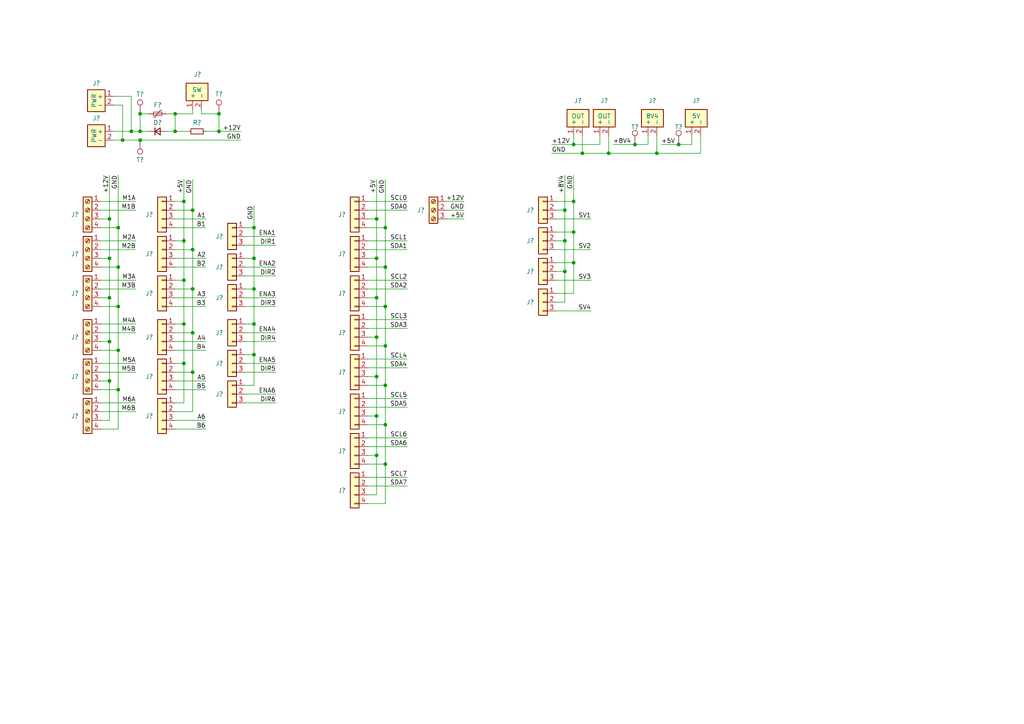
<source format=kicad_sch>
(kicad_sch (version 20231120) (generator "eeschema") (generator_version "8.0")
  (paper "A4")
  (lib_symbols
    (symbol "Connector:Screw_Terminal_01x03" (pin_names (offset 1.016) hide)
      (property "Reference" "J?" (at 2.54 1.2701 0))
      (symbol "Screw_Terminal_01x03_1_1"
        (rectangle (start -1.27 3.81) (end 1.27 -3.81) (stroke (width 0.254)) (fill (type background)))
        (circle (center 0 -2.54) (radius 0.635) (stroke (width 0.1524)))
        (polyline (pts (xy -0.5334 -2.2098) (xy 0.3302 -3.048)) (stroke (width 0.1524)))
        (polyline (pts (xy -0.5334 0.3302) (xy 0.3302 -0.508)) (stroke (width 0.1524)))
        (polyline (pts (xy -0.5334 2.8702) (xy 0.3302 2.032)) (stroke (width 0.1524)))
        (polyline (pts (xy -0.3556 -2.032) (xy 0.508 -2.8702)) (stroke (width 0.1524)))
        (polyline (pts (xy -0.3556 0.508) (xy 0.508 -0.3302)) (stroke (width 0.1524)))
        (polyline (pts (xy -0.3556 3.048) (xy 0.508 2.2098)) (stroke (width 0.1524)))
        (circle (center 0 0) (radius 0.635) (stroke (width 0.1524)))
        (circle (center 0 2.54) (radius 0.635) (stroke (width 0.1524)))
        (pin passive line (at -3.81 2.54 0) (length 2.54) (name "Pin_1") (number "1"))
        (pin passive line (at -3.81 0 0) (length 2.54) (name "Pin_2") (number "2"))
        (pin passive line (at -3.81 -2.54 0) (length 2.54) (name "Pin_3") (number "3"))
      )
    )
    (symbol "Connector:Screw_Terminal_01x04" (pin_names (offset 1.016) hide)
      (property "Reference" "J?" (at -1.27 5.08 0))
      (symbol "Screw_Terminal_01x04_1_1"
        (rectangle (start -1.27 3.81) (end 1.27 -6.35) (stroke (width 0.254)) (fill (type background)))
        (circle (center 0 -5.08) (radius 0.635) (stroke (width 0.1524)))
        (circle (center 0 -2.54) (radius 0.635) (stroke (width 0.1524)))
        (polyline (pts (xy -0.5334 -4.7498) (xy 0.3302 -5.588)) (stroke (width 0.1524)))
        (polyline (pts (xy -0.5334 -2.2098) (xy 0.3302 -3.048)) (stroke (width 0.1524)))
        (polyline (pts (xy -0.5334 0.3302) (xy 0.3302 -0.508)) (stroke (width 0.1524)))
        (polyline (pts (xy -0.5334 2.8702) (xy 0.3302 2.032)) (stroke (width 0.1524)))
        (polyline (pts (xy -0.3556 -4.572) (xy 0.508 -5.4102)) (stroke (width 0.1524)))
        (polyline (pts (xy -0.3556 -2.032) (xy 0.508 -2.8702)) (stroke (width 0.1524)))
        (polyline (pts (xy -0.3556 0.508) (xy 0.508 -0.3302)) (stroke (width 0.1524)))
        (polyline (pts (xy -0.3556 3.048) (xy 0.508 2.2098)) (stroke (width 0.1524)))
        (circle (center 0 0) (radius 0.635) (stroke (width 0.1524)))
        (circle (center 0 2.54) (radius 0.635) (stroke (width 0.1524)))
        (pin passive line (at -3.81 2.54 0) (length 2.54) (name "Pin_1") (number "1"))
        (pin passive line (at -3.81 0 0) (length 2.54) (name "Pin_2") (number "2"))
        (pin passive line (at -3.81 -2.54 0) (length 2.54) (name "Pin_3") (number "3"))
        (pin passive line (at -3.81 -5.08 0) (length 2.54) (name "Pin_4") (number "4"))
      )
    )
    (symbol "Connector:TestPoint" (pin_numbers hide) (pin_names (offset 0.762) hide)
      (property "Reference" "TP" (at 0 6.858 0))
      (property "Value" "TestPoint" (at 0 5.08 0))
      (symbol "TestPoint_0_1"
        (circle (center 0 3.302) (radius 0.762))
      )
      (symbol "TestPoint_1_1"
        (pin passive line (at 0 0 90) (length 2.54) (name "1") (number "1"))
      )
    )
    (symbol "Connector_Generic:Conn_01x03" (pin_names (offset 1.016) hide)
      (property "Reference" "J?" (at -1.27 5.08 0))
      (symbol "Conn_01x03_1_1"
        (rectangle (start -1.27 -2.413) (end 0 -2.667) (stroke (width 0.1524)))
        (rectangle (start -1.27 0.127) (end 0 -0.127) (stroke (width 0.1524)))
        (rectangle (start -1.27 2.667) (end 0 2.413) (stroke (width 0.1524)))
        (rectangle (start -1.27 3.81) (end 1.27 -3.81) (stroke (width 0.254)) (fill (type background)))
        (pin passive line (at -3.81 2.54 0) (length 2.54) (name "Pin_1") (number "1"))
        (pin passive line (at -3.81 0 0) (length 2.54) (name "Pin_2") (number "2"))
        (pin passive line (at -3.81 -2.54 0) (length 2.54) (name "Pin_3") (number "3"))
      )
    )
    (symbol "Connector_Generic:Conn_01x04" (pin_names (offset 1.016) hide)
      (property "Reference" "J?" (at 2.54 -1.27 0))
      (symbol "Conn_01x04_1_1"
        (rectangle (start -1.27 -4.953) (end 0 -5.207) (stroke (width 0.1524)))
        (rectangle (start -1.27 -2.413) (end 0 -2.667) (stroke (width 0.1524)))
        (rectangle (start -1.27 0.127) (end 0 -0.127) (stroke (width 0.1524)))
        (rectangle (start -1.27 2.667) (end 0 2.413) (stroke (width 0.1524)))
        (rectangle (start -1.27 3.81) (end 1.27 -6.35) (stroke (width 0.254)) (fill (type background)))
        (pin passive line (at -3.81 2.54 0) (length 2.54) (name "Pin_1") (number "1"))
        (pin passive line (at -3.81 0 0) (length 2.54) (name "Pin_2") (number "2"))
        (pin passive line (at -3.81 -2.54 0) (length 2.54) (name "Pin_3") (number "3"))
        (pin passive line (at -3.81 -5.08 0) (length 2.54) (name "Pin_4") (number "4"))
      )
    )
    (symbol "Connectors:XT60PW-M" (exclude_from_sim yes)
      (property "Reference" "J" (at 0 5.08 0))
      (property "Value" "XT60" (at -0.635 0 90))
      (symbol "XT60PW-M_1_0"
        (pin power_in line (at 5.08 1.27 180) (length 2.54) (name "+") (number "1"))
        (pin power_in line (at 5.08 -1.27 180) (length 2.54) (name "-") (number "2"))
      )
      (symbol "XT60PW-M_1_1"
        (rectangle (start -2.54 3.175) (end 2.54 -3.175) (stroke (width 0.254)) (fill (type background)))
      )
    )
    (symbol "Device:D_Small" (pin_numbers hide) (pin_names (offset 0.254) hide)
      (property "Reference" "D" (at -1.27 2.032 0))
      (property "Value" "D_Small" (at -3.81 -2.032 0))
      (symbol "D_Small_0_1"
        (polyline (pts (xy -0.762 -1.016) (xy -0.762 1.016)) (stroke (width 0.254)))
        (polyline (pts (xy -0.762 0) (xy 0.762 0)))
        (polyline (pts (xy 0.762 -1.016) (xy -0.762 0) (xy 0.762 1.016) (xy 0.762 -1.016)) (stroke (width 0.254)))
      )
      (symbol "D_Small_1_1"
        (pin passive line (at -2.54 0 0) (length 1.778) (name "K") (number "1"))
        (pin passive line (at 2.54 0 180) (length 1.778) (name "A") (number "2"))
      )
    )
    (symbol "Device:Polyfuse_Small" (pin_numbers hide) (pin_names (offset 0))
      (property "Reference" "F" (at -1.905 0 90))
      (property "Value" "Polyfuse_Small" (at 1.905 0 90))
      (symbol "Polyfuse_Small_0_1"
        (rectangle (start -0.508 1.27) (end 0.508 -1.27))
        (polyline (pts (xy 0 2.54) (xy 0 -2.54)))
        (polyline (pts (xy -1.016 1.27) (xy -1.016 0.762) (xy 1.016 -0.762) (xy 1.016 -1.27)))
      )
      (symbol "Polyfuse_Small_1_1"
        (pin passive line (at 0 2.54 270) (length 0.635) (name "~") (number "1"))
        (pin passive line (at 0 -2.54 90) (length 0.635) (name "~") (number "2"))
      )
    )
    (symbol "Device:R_Small" (pin_numbers hide) (pin_names (offset 0.254) hide)
      (property "Reference" "R" (at 0.762 0.508 0))
      (property "Value" "R_Small" (at 0.762 -1.016 0))
      (symbol "R_Small_0_1"
        (rectangle (start -0.762 1.778) (end 0.762 -1.778) (stroke (width 0.2032)))
      )
      (symbol "R_Small_1_1"
        (pin passive line (at 0 2.54 270) (length 0.762) (name "~") (number "1"))
        (pin passive line (at 0 -2.54 90) (length 0.762) (name "~") (number "2"))
      )
    )
  )
  (junction (at 55.88 60.96))
  (junction (at 166.37 67.31))
  (junction (at 34.29 66.04))
  (junction (at 109.22 132.08))
  (junction (at 34.29 113.03))
  (junction (at 111.76 88.9))
  (junction (at 111.76 100.33))
  (junction (at 109.22 86.36))
  (junction (at 109.22 120.65))
  (junction (at 31.75 110.49))
  (junction (at 168.91 44.45))
  (junction (at 55.88 107.95))
  (junction (at 111.76 134.62))
  (junction (at 63.5 33.02))
  (junction (at 73.66 66.04))
  (junction (at 73.66 102.87))
  (junction (at 163.83 78.74))
  (junction (at 111.76 77.47))
  (junction (at 31.75 86.36))
  (junction (at 111.76 66.04))
  (junction (at 40.64 38.1))
  (junction (at 53.34 93.98))
  (junction (at 176.53 44.45))
  (junction (at 40.64 33.02))
  (junction (at 53.34 58.42))
  (junction (at 163.83 60.96))
  (junction (at 31.75 99.06))
  (junction (at 63.5 38.1))
  (junction (at 40.64 40.64))
  (junction (at 166.37 41.91))
  (junction (at 38.1 38.1))
  (junction (at 111.76 111.76))
  (junction (at 109.22 97.79))
  (junction (at 111.76 123.19))
  (junction (at 35.56 40.64))
  (junction (at 53.34 81.28))
  (junction (at 166.37 58.42))
  (junction (at 184.15 41.91))
  (junction (at 190.5 44.45))
  (junction (at 163.83 69.85))
  (junction (at 109.22 109.22))
  (junction (at 196.85 41.91))
  (junction (at 55.88 72.39))
  (junction (at 166.37 76.2))
  (junction (at 31.75 74.93))
  (junction (at 34.29 101.6))
  (junction (at 50.8 33.02))
  (junction (at 109.22 63.5))
  (junction (at 34.29 77.47))
  (junction (at 50.8 38.1))
  (junction (at 73.66 83.82))
  (junction (at 34.29 88.9))
  (junction (at 55.88 83.82))
  (junction (at 109.22 74.93))
  (junction (at 53.34 69.85))
  (junction (at 73.66 74.93))
  (junction (at 55.88 96.52))
  (junction (at 31.75 63.5))
  (junction (at 73.66 93.98))
  (junction (at 53.34 105.41))
  (wire (pts (xy 48.26 33.02) (xy 50.8 33.02)))
  (wire (pts (xy 40.64 38.1) (xy 43.18 38.1)))
  (wire (pts (xy 106.68 143.51) (xy 109.22 143.51)))
  (wire (pts (xy 106.68 60.96) (xy 118.11 60.96)))
  (wire (pts (xy 50.8 63.5) (xy 59.69 63.5)))
  (wire (pts (xy 55.88 52.07) (xy 55.88 60.96)))
  (wire (pts (xy 29.21 93.98) (xy 39.37 93.98)))
  (wire (pts (xy 106.68 69.85) (xy 118.11 69.85)))
  (wire (pts (xy 29.21 99.06) (xy 31.75 99.06)))
  (wire (pts (xy 166.37 39.37) (xy 166.37 41.91)))
  (wire (pts (xy 111.76 146.05) (xy 111.76 134.62)))
  (wire (pts (xy 29.21 69.85) (xy 39.37 69.85)))
  (wire (pts (xy 50.8 66.04) (xy 59.69 66.04)))
  (wire (pts (xy 29.21 58.42) (xy 39.37 58.42)))
  (wire (pts (xy 176.53 44.45) (xy 190.5 44.45)))
  (wire (pts (xy 173.99 39.37) (xy 173.99 41.91)))
  (wire (pts (xy 50.8 88.9) (xy 59.69 88.9)))
  (wire (pts (xy 55.88 83.82) (xy 55.88 72.39)))
  (wire (pts (xy 55.88 107.95) (xy 55.88 96.52)))
  (wire (pts (xy 29.21 88.9) (xy 34.29 88.9)))
  (wire (pts (xy 31.75 50.8) (xy 31.75 63.5)))
  (wire (pts (xy 73.66 59.69) (xy 73.66 66.04)))
  (wire (pts (xy 161.29 90.17) (xy 171.45 90.17)))
  (wire (pts (xy 168.91 39.37) (xy 168.91 44.45)))
  (wire (pts (xy 106.68 77.47) (xy 111.76 77.47)))
  (wire (pts (xy 53.34 81.28) (xy 53.34 93.98)))
  (wire (pts (xy 161.29 87.63) (xy 163.83 87.63)))
  (wire (pts (xy 106.68 86.36) (xy 109.22 86.36)))
  (wire (pts (xy 106.68 74.93) (xy 109.22 74.93)))
  (wire (pts (xy 106.68 129.54) (xy 118.11 129.54)))
  (wire (pts (xy 29.21 105.41) (xy 39.37 105.41)))
  (wire (pts (xy 166.37 58.42) (xy 161.29 58.42)))
  (wire (pts (xy 109.22 132.08) (xy 109.22 120.65)))
  (wire (pts (xy 190.5 44.45) (xy 203.2 44.45)))
  (wire (pts (xy 53.34 52.07) (xy 53.34 58.42)))
  (wire (pts (xy 161.29 72.39) (xy 171.45 72.39)))
  (wire (pts (xy 29.21 72.39) (xy 39.37 72.39)))
  (wire (pts (xy 50.8 105.41) (xy 53.34 105.41)))
  (wire (pts (xy 196.85 41.91) (xy 200.66 41.91)))
  (wire (pts (xy 50.8 116.84) (xy 53.34 116.84)))
  (wire (pts (xy 106.68 97.79) (xy 109.22 97.79)))
  (wire (pts (xy 71.12 99.06) (xy 80.01 99.06)))
  (wire (pts (xy 168.91 44.45) (xy 176.53 44.45)))
  (wire (pts (xy 163.83 69.85) (xy 163.83 60.96)))
  (wire (pts (xy 38.1 27.94) (xy 38.1 38.1)))
  (wire (pts (xy 163.83 50.8) (xy 163.83 60.96)))
  (wire (pts (xy 34.29 77.47) (xy 34.29 66.04)))
  (wire (pts (xy 71.12 86.36) (xy 80.01 86.36)))
  (wire (pts (xy 166.37 67.31) (xy 166.37 58.42)))
  (wire (pts (xy 29.21 63.5) (xy 31.75 63.5)))
  (wire (pts (xy 29.21 86.36) (xy 31.75 86.36)))
  (wire (pts (xy 71.12 80.01) (xy 80.01 80.01)))
  (wire (pts (xy 29.21 101.6) (xy 34.29 101.6)))
  (wire (pts (xy 106.68 120.65) (xy 109.22 120.65)))
  (wire (pts (xy 109.22 86.36) (xy 109.22 97.79)))
  (wire (pts (xy 63.5 33.02) (xy 63.5 38.1)))
  (wire (pts (xy 109.22 97.79) (xy 109.22 109.22)))
  (wire (pts (xy 106.68 104.14) (xy 118.11 104.14)))
  (wire (pts (xy 106.68 81.28) (xy 118.11 81.28)))
  (wire (pts (xy 34.29 77.47) (xy 34.29 88.9)))
  (wire (pts (xy 33.02 27.94) (xy 38.1 27.94)))
  (wire (pts (xy 29.21 83.82) (xy 39.37 83.82)))
  (wire (pts (xy 50.8 74.93) (xy 59.69 74.93)))
  (wire (pts (xy 106.68 106.68) (xy 118.11 106.68)))
  (wire (pts (xy 38.1 38.1) (xy 40.64 38.1)))
  (wire (pts (xy 35.56 30.48) (xy 35.56 40.64)))
  (wire (pts (xy 161.29 60.96) (xy 163.83 60.96)))
  (wire (pts (xy 177.8 41.91) (xy 184.15 41.91)))
  (wire (pts (xy 109.22 74.93) (xy 109.22 86.36)))
  (wire (pts (xy 129.54 58.42) (xy 134.62 58.42)))
  (wire (pts (xy 29.21 110.49) (xy 31.75 110.49)))
  (wire (pts (xy 106.68 95.25) (xy 118.11 95.25)))
  (wire (pts (xy 31.75 110.49) (xy 31.75 99.06)))
  (wire (pts (xy 106.68 100.33) (xy 111.76 100.33)))
  (wire (pts (xy 161.29 67.31) (xy 166.37 67.31)))
  (wire (pts (xy 50.8 33.02) (xy 50.8 38.1)))
  (wire (pts (xy 129.54 63.5) (xy 134.62 63.5)))
  (wire (pts (xy 50.8 119.38) (xy 55.88 119.38)))
  (wire (pts (xy 106.68 132.08) (xy 109.22 132.08)))
  (wire (pts (xy 71.12 107.95) (xy 80.01 107.95)))
  (wire (pts (xy 111.76 77.47) (xy 111.76 66.04)))
  (wire (pts (xy 160.02 44.45) (xy 168.91 44.45)))
  (wire (pts (xy 50.8 121.92) (xy 59.69 121.92)))
  (wire (pts (xy 176.53 39.37) (xy 176.53 44.45)))
  (wire (pts (xy 106.68 146.05) (xy 111.76 146.05)))
  (wire (pts (xy 71.12 96.52) (xy 80.01 96.52)))
  (wire (pts (xy 111.76 66.04) (xy 106.68 66.04)))
  (wire (pts (xy 55.88 60.96) (xy 50.8 60.96)))
  (wire (pts (xy 111.76 77.47) (xy 111.76 88.9)))
  (wire (pts (xy 163.83 78.74) (xy 163.83 69.85)))
  (wire (pts (xy 106.68 138.43) (xy 118.11 138.43)))
  (wire (pts (xy 106.68 123.19) (xy 111.76 123.19)))
  (wire (pts (xy 58.42 33.02) (xy 63.5 33.02)))
  (wire (pts (xy 161.29 63.5) (xy 171.45 63.5)))
  (wire (pts (xy 111.76 88.9) (xy 111.76 100.33)))
  (wire (pts (xy 161.29 69.85) (xy 163.83 69.85)))
  (wire (pts (xy 33.02 30.48) (xy 35.56 30.48)))
  (wire (pts (xy 58.42 31.75) (xy 58.42 33.02)))
  (wire (pts (xy 34.29 66.04) (xy 29.21 66.04)))
  (wire (pts (xy 111.76 100.33) (xy 111.76 111.76)))
  (wire (pts (xy 29.21 60.96) (xy 39.37 60.96)))
  (wire (pts (xy 34.29 88.9) (xy 34.29 101.6)))
  (wire (pts (xy 29.21 119.38) (xy 39.37 119.38)))
  (wire (pts (xy 109.22 143.51) (xy 109.22 132.08)))
  (wire (pts (xy 55.88 96.52) (xy 55.88 83.82)))
  (wire (pts (xy 109.22 63.5) (xy 109.22 74.93)))
  (wire (pts (xy 161.29 81.28) (xy 171.45 81.28)))
  (wire (pts (xy 191.77 41.91) (xy 196.85 41.91)))
  (wire (pts (xy 50.8 77.47) (xy 59.69 77.47)))
  (wire (pts (xy 50.8 101.6) (xy 59.69 101.6)))
  (wire (pts (xy 31.75 86.36) (xy 31.75 99.06)))
  (wire (pts (xy 31.75 121.92) (xy 31.75 110.49)))
  (wire (pts (xy 40.64 40.64) (xy 69.85 40.64)))
  (wire (pts (xy 73.66 74.93) (xy 73.66 66.04)))
  (wire (pts (xy 190.5 39.37) (xy 190.5 44.45)))
  (wire (pts (xy 55.88 72.39) (xy 55.88 60.96)))
  (wire (pts (xy 71.12 93.98) (xy 73.66 93.98)))
  (wire (pts (xy 166.37 41.91) (xy 173.99 41.91)))
  (wire (pts (xy 50.8 69.85) (xy 53.34 69.85)))
  (wire (pts (xy 50.8 72.39) (xy 55.88 72.39)))
  (wire (pts (xy 106.68 58.42) (xy 118.11 58.42)))
  (wire (pts (xy 34.29 124.46) (xy 34.29 113.03)))
  (wire (pts (xy 50.8 83.82) (xy 55.88 83.82)))
  (wire (pts (xy 53.34 116.84) (xy 53.34 105.41)))
  (wire (pts (xy 50.8 38.1) (xy 54.61 38.1)))
  (wire (pts (xy 29.21 74.93) (xy 31.75 74.93)))
  (wire (pts (xy 40.64 33.02) (xy 40.64 38.1)))
  (wire (pts (xy 73.66 93.98) (xy 73.66 102.87)))
  (wire (pts (xy 71.12 74.93) (xy 73.66 74.93)))
  (wire (pts (xy 161.29 85.09) (xy 166.37 85.09)))
  (wire (pts (xy 50.8 58.42) (xy 53.34 58.42)))
  (wire (pts (xy 50.8 93.98) (xy 53.34 93.98)))
  (wire (pts (xy 50.8 113.03) (xy 59.69 113.03)))
  (wire (pts (xy 166.37 76.2) (xy 166.37 67.31)))
  (wire (pts (xy 50.8 33.02) (xy 55.88 33.02)))
  (wire (pts (xy 71.12 105.41) (xy 80.01 105.41)))
  (wire (pts (xy 106.68 63.5) (xy 109.22 63.5)))
  (wire (pts (xy 106.68 72.39) (xy 118.11 72.39)))
  (wire (pts (xy 71.12 68.58) (xy 80.01 68.58)))
  (wire (pts (xy 63.5 38.1) (xy 69.85 38.1)))
  (wire (pts (xy 34.29 50.8) (xy 34.29 66.04)))
  (wire (pts (xy 33.02 38.1) (xy 38.1 38.1)))
  (wire (pts (xy 111.76 134.62) (xy 111.76 123.19)))
  (wire (pts (xy 29.21 107.95) (xy 39.37 107.95)))
  (wire (pts (xy 48.26 38.1) (xy 50.8 38.1)))
  (wire (pts (xy 161.29 76.2) (xy 166.37 76.2)))
  (wire (pts (xy 111.76 123.19) (xy 111.76 111.76)))
  (wire (pts (xy 71.12 114.3) (xy 80.01 114.3)))
  (wire (pts (xy 106.68 92.71) (xy 118.11 92.71)))
  (wire (pts (xy 73.66 83.82) (xy 73.66 74.93)))
  (wire (pts (xy 71.12 71.12) (xy 80.01 71.12)))
  (wire (pts (xy 73.66 83.82) (xy 73.66 93.98)))
  (wire (pts (xy 160.02 41.91) (xy 166.37 41.91)))
  (wire (pts (xy 184.15 41.91) (xy 187.96 41.91)))
  (wire (pts (xy 111.76 52.07) (xy 111.76 66.04)))
  (wire (pts (xy 29.21 116.84) (xy 39.37 116.84)))
  (wire (pts (xy 50.8 110.49) (xy 59.69 110.49)))
  (wire (pts (xy 106.68 118.11) (xy 118.11 118.11)))
  (wire (pts (xy 106.68 111.76) (xy 111.76 111.76)))
  (wire (pts (xy 35.56 40.64) (xy 40.64 40.64)))
  (wire (pts (xy 203.2 39.37) (xy 203.2 44.45)))
  (wire (pts (xy 55.88 119.38) (xy 55.88 107.95)))
  (wire (pts (xy 106.68 88.9) (xy 111.76 88.9)))
  (wire (pts (xy 31.75 63.5) (xy 31.75 74.93)))
  (wire (pts (xy 200.66 41.91) (xy 200.66 39.37)))
  (wire (pts (xy 33.02 40.64) (xy 35.56 40.64)))
  (wire (pts (xy 29.21 81.28) (xy 39.37 81.28)))
  (wire (pts (xy 29.21 121.92) (xy 31.75 121.92)))
  (wire (pts (xy 106.68 109.22) (xy 109.22 109.22)))
  (wire (pts (xy 71.12 83.82) (xy 73.66 83.82)))
  (wire (pts (xy 109.22 120.65) (xy 109.22 109.22)))
  (wire (pts (xy 59.69 38.1) (xy 63.5 38.1)))
  (wire (pts (xy 50.8 107.95) (xy 55.88 107.95)))
  (wire (pts (xy 50.8 86.36) (xy 59.69 86.36)))
  (wire (pts (xy 73.66 66.04) (xy 71.12 66.04)))
  (wire (pts (xy 106.68 83.82) (xy 118.11 83.82)))
  (wire (pts (xy 106.68 140.97) (xy 118.11 140.97)))
  (wire (pts (xy 50.8 124.46) (xy 59.69 124.46)))
  (wire (pts (xy 163.83 87.63) (xy 163.83 78.74)))
  (wire (pts (xy 31.75 74.93) (xy 31.75 86.36)))
  (wire (pts (xy 53.34 69.85) (xy 53.34 58.42)))
  (wire (pts (xy 53.34 69.85) (xy 53.34 81.28)))
  (wire (pts (xy 187.96 41.91) (xy 187.96 39.37)))
  (wire (pts (xy 29.21 96.52) (xy 39.37 96.52)))
  (wire (pts (xy 106.68 115.57) (xy 118.11 115.57)))
  (wire (pts (xy 106.68 134.62) (xy 111.76 134.62)))
  (wire (pts (xy 71.12 111.76) (xy 73.66 111.76)))
  (wire (pts (xy 29.21 113.03) (xy 34.29 113.03)))
  (wire (pts (xy 50.8 96.52) (xy 55.88 96.52)))
  (wire (pts (xy 40.64 33.02) (xy 43.18 33.02)))
  (wire (pts (xy 71.12 116.84) (xy 80.01 116.84)))
  (wire (pts (xy 71.12 88.9) (xy 80.01 88.9)))
  (wire (pts (xy 73.66 111.76) (xy 73.66 102.87)))
  (wire (pts (xy 29.21 77.47) (xy 34.29 77.47)))
  (wire (pts (xy 34.29 113.03) (xy 34.29 101.6)))
  (wire (pts (xy 109.22 52.07) (xy 109.22 63.5)))
  (wire (pts (xy 29.21 124.46) (xy 34.29 124.46)))
  (wire (pts (xy 129.54 60.96) (xy 134.62 60.96)))
  (wire (pts (xy 161.29 78.74) (xy 163.83 78.74)))
  (wire (pts (xy 166.37 50.8) (xy 166.37 58.42)))
  (wire (pts (xy 50.8 99.06) (xy 59.69 99.06)))
  (wire (pts (xy 106.68 127) (xy 118.11 127)))
  (wire (pts (xy 55.88 31.75) (xy 55.88 33.02)))
  (wire (pts (xy 53.34 105.41) (xy 53.34 93.98)))
  (wire (pts (xy 71.12 77.47) (xy 80.01 77.47)))
  (wire (pts (xy 166.37 85.09) (xy 166.37 76.2)))
  (wire (pts (xy 71.12 102.87) (xy 73.66 102.87)))
  (wire (pts (xy 50.8 81.28) (xy 53.34 81.28)))
  (label "ENA3" (at 80.01 86.36 180))
  (label "SV2" (at 171.45 72.39 180))
  (label "+5V" (at 53.34 52.07 270))
  (label "DIR5" (at 80.01 107.95 180))
  (label "SCL3" (at 118.11 92.71 180))
  (label "SDA5" (at 118.11 118.11 180))
  (label "SCL1" (at 118.11 69.85 180))
  (label "ENA4" (at 80.01 96.52 180))
  (label "+5V" (at 191.77 41.91 0))
  (label "A5" (at 59.69 110.49 180))
  (label "+8V4" (at 177.8 41.91 0))
  (label "M4B" (at 39.37 96.52 180))
  (label "SCL0" (at 118.11 58.42 180))
  (label "GND" (at 111.76 52.07 270))
  (label "M2A" (at 39.37 69.85 180))
  (label "ENA6" (at 80.01 114.3 180))
  (label "M6A" (at 39.37 116.84 180))
  (label "SDA4" (at 118.11 106.68 180))
  (label "M1A" (at 39.37 58.42 180))
  (label "SCL7" (at 118.11 138.43 180))
  (label "+12V" (at 134.62 58.42 180))
  (label "SCL2" (at 118.11 81.28 180))
  (label "B1" (at 59.69 66.04 180))
  (label "DIR2" (at 80.01 80.01 180))
  (label "GND" (at 166.37 50.8 270))
  (label "B3" (at 59.69 88.9 180))
  (label "+8V4" (at 163.83 50.8 270))
  (label "M3A" (at 39.37 81.28 180))
  (label "SV4" (at 171.45 90.17 180))
  (label "SDA1" (at 118.11 72.39 180))
  (label "DIR3" (at 80.01 88.9 180))
  (label "GND" (at 69.85 40.64 180))
  (label "SDA7" (at 118.11 140.97 180))
  (label "M6B" (at 39.37 119.38 180))
  (label "M5A" (at 39.37 105.41 180))
  (label "ENA2" (at 80.01 77.47 180))
  (label "M1B" (at 39.37 60.96 180))
  (label "ENA1" (at 80.01 68.58 180))
  (label "SCL4" (at 118.11 104.14 180))
  (label "GND" (at 34.29 50.8 270))
  (label "+12V" (at 31.75 50.8 270))
  (label "ENA5" (at 80.01 105.41 180))
  (label "A1" (at 59.69 63.5 180))
  (label "SDA2" (at 118.11 83.82 180))
  (label "SCL6" (at 118.11 127 180))
  (label "A3" (at 59.69 86.36 180))
  (label "A6" (at 59.69 121.92 180))
  (label "SV3" (at 171.45 81.28 180))
  (label "+5V" (at 109.22 52.07 270))
  (label "A2" (at 59.69 74.93 180))
  (label "SDA6" (at 118.11 129.54 180))
  (label "B4" (at 59.69 101.6 180))
  (label "M5B" (at 39.37 107.95 180))
  (label "M3B" (at 39.37 83.82 180))
  (label "M2B" (at 39.37 72.39 180))
  (label "A4" (at 59.69 99.06 180))
  (label "GND" (at 55.88 52.07 270))
  (label "M4A" (at 39.37 93.98 180))
  (label "DIR6" (at 80.01 116.84 180))
  (label "DIR4" (at 80.01 99.06 180))
  (label "GND" (at 134.62 60.96 180))
  (label "+5V" (at 134.62 63.5 180))
  (label "SV1" (at 171.45 63.5 180))
  (label "DIR1" (at 80.01 71.12 180))
  (label "B6" (at 59.69 124.46 180))
  (label "SDA0" (at 118.11 60.96 180))
  (label "+12V" (at 160.02 41.91 0))
  (label "GND" (at 73.66 59.69 270))
  (label "B2" (at 59.69 77.47 180))
  (label "+12V" (at 69.85 38.1 180))
  (label "B5" (at 59.69 113.03 180))
  (label "SCL5" (at 118.11 115.57 180))
  (label "SDA3" (at 118.11 95.25 180))
  (label "GND" (at 160.02 44.45 0))
  (symbol (lib_id "Connector_Generic:Conn_01x04") (at 46.99 107.95 0) (mirror y) (unit 1)
    (property "Reference" "J?" (at 44.45 109.22 0) (effects (justify left)))
    (property "Value" "Conn_01x04" (effects (hide yes)))
    (property "Description" "Generic connector, single row, 01x04, script generated (kicad-library-utils/schlib/autogen/connector/)" (effects (hide yes)))
  )
  (symbol (lib_id "Connector_Generic:Conn_01x04") (at 102.87 72.39 0) (mirror y) (unit 1)
    (property "Reference" "J?" (at 100.33 73.66 0) (effects (justify left)))
    (property "Value" "Conn_01x04" (effects (hide yes)))
    (property "Description" "Generic connector, single row, 01x04, script generated (kicad-library-utils/schlib/autogen/connector/)" (effects (hide yes)))
  )
  (symbol (lib_id "Connector:TestPoint") (at 196.85 41.91 0) (unit 1)
    (property "Reference" "T?" (at 196.85 36.83 0))
    (property "Value" "TestPoint" (effects (hide yes)))
    (property "Description" "test point" (effects (hide yes)))
  )
  (symbol (lib_id "Connector:Screw_Terminal_01x04") (at 25.4 107.95 0) (mirror y) (unit 1)
    (property "Reference" "J?" (at 22.86 109.22 0) (effects (justify left)))
    (property "Value" "Screw_Terminal_01x04" (effects (hide yes)))
    (property "Description" "Generic screw terminal, single row, 01x04, script generated (kicad-library-utils/schlib/autogen/connector/)" (effects (hide yes)))
  )
  (symbol (lib_id "Connector:Screw_Terminal_01x04") (at 25.4 119.38 0) (mirror y) (unit 1)
    (property "Reference" "J?" (at 22.86 120.65 0) (effects (justify left)))
    (property "Value" "Screw_Terminal_01x04" (effects (hide yes)))
    (property "Description" "Generic screw terminal, single row, 01x04, script generated (kicad-library-utils/schlib/autogen/connector/)" (effects (hide yes)))
  )
  (symbol (lib_id "Connectors:XT60PW-M") (at 57.15 26.67 90) (mirror x) (unit 1) (exclude_from_sim yes)
    (property "Reference" "J?" (at 58.42 21.59 90) (effects (justify left)))
    (property "Value" "SW" (at 57.15 26.035 90))
    (property "Footprint" "XT60PW-M:AMASS_XT60PW-M" (effects (hide yes)))
    (property "Datasheet" "https://www.snapeda.com/parts/XT60PW-M/AMASS/view-part/" (effects (hide yes)))
    (property "SnapEDA" "https://www.snapeda.com/parts/XT60PW-M/AMASS/view-part/" (effects (hide yes)))
  )
  (symbol (lib_id "Connectors:XT60PW-M") (at 201.93 34.29 90) (mirror x) (unit 1) (exclude_from_sim yes)
    (property "Reference" "J?" (at 201.93 29.21 90))
    (property "Value" "5V" (at 201.93 33.655 90))
    (property "Footprint" "XT60PW-M:AMASS_XT60PW-M" (effects (hide yes)))
    (property "Datasheet" "https://www.snapeda.com/parts/XT60PW-M/AMASS/view-part/" (effects (hide yes)))
    (property "SnapEDA" "https://www.snapeda.com/parts/XT60PW-M/AMASS/view-part/" (effects (hide yes)))
  )
  (symbol (lib_id "Connector:Screw_Terminal_01x04") (at 25.4 83.82 0) (mirror y) (unit 1)
    (property "Reference" "J?" (at 22.86 85.09 0) (effects (justify left)))
    (property "Value" "Screw_Terminal_01x04" (effects (hide yes)))
    (property "Description" "Generic screw terminal, single row, 01x04, script generated (kicad-library-utils/schlib/autogen/connector/)" (effects (hide yes)))
  )
  (symbol (lib_id "Connector_Generic:Conn_01x03") (at 157.48 78.74 0) (mirror y) (unit 1)
    (property "Reference" "J?" (at 154.94 78.74 0) (effects (justify left)))
    (property "Value" "Conn_01x03" (effects (hide yes)))
    (property "Description" "Generic connector, single row, 01x03, script generated (kicad-library-utils/schlib/autogen/connector/)" (effects (hide yes)))
  )
  (symbol (lib_id "Connector_Generic:Conn_01x04") (at 46.99 60.96 0) (mirror y) (unit 1)
    (property "Reference" "J?" (at 44.45 62.23 0) (effects (justify left)))
    (property "Value" "Conn_01x04" (effects (hide yes)))
    (property "Description" "Generic connector, single row, 01x04, script generated (kicad-library-utils/schlib/autogen/connector/)" (effects (hide yes)))
  )
  (symbol (lib_id "Connectors:XT60PW-M") (at 27.94 29.21 0) (unit 1) (exclude_from_sim yes)
    (property "Reference" "J?" (at 27.94 24.13 0))
    (property "Value" "PWR" (at 27.305 29.21 90))
    (property "Footprint" "XT60PW-M:AMASS_XT60PW-M" (effects (hide yes)))
    (property "Datasheet" "https://www.snapeda.com/parts/XT60PW-M/AMASS/view-part/" (effects (hide yes)))
    (property "SnapEDA" "https://www.snapeda.com/parts/XT60PW-M/AMASS/view-part/" (effects (hide yes)))
  )
  (symbol (lib_id "Connector_Generic:Conn_01x03") (at 67.31 86.36 0) (mirror y) (unit 1)
    (property "Reference" "J?" (at 64.77 86.36 0) (effects (justify left)))
    (property "Value" "Conn_01x03" (effects (hide yes)))
    (property "Description" "Generic connector, single row, 01x03, script generated (kicad-library-utils/schlib/autogen/connector/)" (effects (hide yes)))
  )
  (symbol (lib_id "Connector_Generic:Conn_01x04") (at 46.99 72.39 0) (mirror y) (unit 1)
    (property "Reference" "J?" (at 44.45 73.66 0) (effects (justify left)))
    (property "Value" "Conn_01x04" (effects (hide yes)))
    (property "Description" "Generic connector, single row, 01x04, script generated (kicad-library-utils/schlib/autogen/connector/)" (effects (hide yes)))
  )
  (symbol (lib_id "Connectors:XT60PW-M") (at 175.26 34.29 90) (mirror x) (unit 1) (exclude_from_sim yes)
    (property "Reference" "J?" (at 175.26 29.21 90))
    (property "Value" "OUT" (at 175.26 33.655 90))
    (property "Footprint" "XT60PW-M:AMASS_XT60PW-M" (effects (hide yes)))
    (property "Datasheet" "https://www.snapeda.com/parts/XT60PW-M/AMASS/view-part/" (effects (hide yes)))
    (property "SnapEDA" "https://www.snapeda.com/parts/XT60PW-M/AMASS/view-part/" (effects (hide yes)))
  )
  (symbol (lib_id "Device:D_Small") (at 45.72 38.1 0) (unit 1)
    (property "Reference" "D?" (at 45.72 35.56 0))
    (property "Value" "D_Small" (effects (hide yes)))
    (property "Description" "Diode, small symbol" (effects (hide yes)))
    (property "Sim.Device" "D" (effects (hide yes)))
    (property "Sim.Pins" "1=K 2=A" (effects (hide yes)))
  )
  (symbol (lib_id "Connector_Generic:Conn_01x04") (at 102.87 129.54 0) (mirror y) (unit 1)
    (property "Reference" "J?" (at 100.33 130.81 0) (effects (justify left)))
    (property "Value" "Conn_01x04" (effects (hide yes)))
    (property "Description" "Generic connector, single row, 01x04, script generated (kicad-library-utils/schlib/autogen/connector/)" (effects (hide yes)))
  )
  (symbol (lib_id "Connector_Generic:Conn_01x04") (at 102.87 83.82 0) (mirror y) (unit 1)
    (property "Reference" "J?" (at 100.33 85.09 0) (effects (justify left)))
    (property "Value" "Conn_01x04" (effects (hide yes)))
    (property "Description" "Generic connector, single row, 01x04, script generated (kicad-library-utils/schlib/autogen/connector/)" (effects (hide yes)))
  )
  (symbol (lib_id "Connector_Generic:Conn_01x03") (at 67.31 96.52 0) (mirror y) (unit 1)
    (property "Reference" "J?" (at 64.77 96.52 0) (effects (justify left)))
    (property "Value" "Conn_01x03" (effects (hide yes)))
    (property "Description" "Generic connector, single row, 01x03, script generated (kicad-library-utils/schlib/autogen/connector/)" (effects (hide yes)))
  )
  (symbol (lib_id "Connector_Generic:Conn_01x03") (at 67.31 68.58 0) (mirror y) (unit 1)
    (property "Reference" "J?" (at 64.77 68.58 0) (effects (justify left)))
    (property "Value" "Conn_01x03" (effects (hide yes)))
    (property "Description" "Generic connector, single row, 01x03, script generated (kicad-library-utils/schlib/autogen/connector/)" (effects (hide yes)))
  )
  (symbol (lib_id "Device:Polyfuse_Small") (at 45.72 33.02 270) (unit 1)
    (property "Reference" "F?" (at 45.72 30.48 90))
    (property "Value" "Polyfuse_Small" (effects (hide yes)))
    (property "Description" "Resettable fuse, polymeric positive temperature coefficient, small symbol" (effects (hide yes)))
  )
  (symbol (lib_id "Connector:Screw_Terminal_01x03") (at 125.73 60.96 0) (mirror y) (unit 1)
    (property "Reference" "J?" (at 123.19 60.96 0) (effects (justify left)))
    (property "Value" "Screw_Terminal_01x03" (effects (hide yes)))
    (property "Description" "Generic screw terminal, single row, 01x03, script generated (kicad-library-utils/schlib/autogen/connector/)" (effects (hide yes)))
  )
  (symbol (lib_id "Connector_Generic:Conn_01x03") (at 157.48 69.85 0) (mirror y) (unit 1)
    (property "Reference" "J?" (at 154.94 69.85 0) (effects (justify left)))
    (property "Value" "Conn_01x03" (effects (hide yes)))
    (property "Description" "Generic connector, single row, 01x03, script generated (kicad-library-utils/schlib/autogen/connector/)" (effects (hide yes)))
  )
  (symbol (lib_id "Connector_Generic:Conn_01x04") (at 46.99 83.82 0) (mirror y) (unit 1)
    (property "Reference" "J?" (at 44.45 85.09 0) (effects (justify left)))
    (property "Value" "Conn_01x04" (effects (hide yes)))
    (property "Description" "Generic connector, single row, 01x04, script generated (kicad-library-utils/schlib/autogen/connector/)" (effects (hide yes)))
  )
  (symbol (lib_id "Connectors:XT60PW-M") (at 189.23 34.29 90) (mirror x) (unit 1) (exclude_from_sim yes)
    (property "Reference" "J?" (at 189.23 29.21 90))
    (property "Value" "8V4" (at 189.23 33.655 90))
    (property "Footprint" "XT60PW-M:AMASS_XT60PW-M" (effects (hide yes)))
    (property "Datasheet" "https://www.snapeda.com/parts/XT60PW-M/AMASS/view-part/" (effects (hide yes)))
    (property "SnapEDA" "https://www.snapeda.com/parts/XT60PW-M/AMASS/view-part/" (effects (hide yes)))
  )
  (symbol (lib_id "Connector_Generic:Conn_01x03") (at 67.31 114.3 0) (mirror y) (unit 1)
    (property "Reference" "J?" (at 64.77 114.3 0) (effects (justify left)))
    (property "Value" "Conn_01x03" (effects (hide yes)))
    (property "Description" "Generic connector, single row, 01x03, script generated (kicad-library-utils/schlib/autogen/connector/)" (effects (hide yes)))
  )
  (symbol (lib_id "Connector_Generic:Conn_01x03") (at 67.31 77.47 0) (mirror y) (unit 1)
    (property "Reference" "J?" (at 64.77 77.47 0) (effects (justify left)))
    (property "Value" "Conn_01x03" (effects (hide yes)))
    (property "Description" "Generic connector, single row, 01x03, script generated (kicad-library-utils/schlib/autogen/connector/)" (effects (hide yes)))
  )
  (symbol (lib_id "Device:R_Small") (at 57.15 38.1 90) (unit 1)
    (property "Reference" "R?" (at 57.15 35.56 90))
    (property "Value" "R_Small" (effects (hide yes)))
    (property "Description" "Resistor, small symbol" (effects (hide yes)))
  )
  (symbol (lib_id "Connector_Generic:Conn_01x04") (at 46.99 119.38 0) (mirror y) (unit 1)
    (property "Reference" "J?" (at 44.45 120.65 0) (effects (justify left)))
    (property "Value" "Conn_01x04" (effects (hide yes)))
    (property "Description" "Generic connector, single row, 01x04, script generated (kicad-library-utils/schlib/autogen/connector/)" (effects (hide yes)))
  )
  (symbol (lib_id "Connector_Generic:Conn_01x04") (at 102.87 106.68 0) (mirror y) (unit 1)
    (property "Reference" "J?" (at 100.33 107.95 0) (effects (justify left)))
    (property "Value" "Conn_01x04" (effects (hide yes)))
    (property "Description" "Generic connector, single row, 01x04, script generated (kicad-library-utils/schlib/autogen/connector/)" (effects (hide yes)))
  )
  (symbol (lib_id "Connector_Generic:Conn_01x04") (at 102.87 118.11 0) (mirror y) (unit 1)
    (property "Reference" "J?" (at 100.33 119.38 0) (effects (justify left)))
    (property "Value" "Conn_01x04" (effects (hide yes)))
    (property "Description" "Generic connector, single row, 01x04, script generated (kicad-library-utils/schlib/autogen/connector/)" (effects (hide yes)))
  )
  (symbol (lib_id "Connector_Generic:Conn_01x04") (at 46.99 96.52 0) (mirror y) (unit 1)
    (property "Reference" "J?" (at 44.45 97.79 0) (effects (justify left)))
    (property "Value" "Conn_01x04" (effects (hide yes)))
    (property "Description" "Generic connector, single row, 01x04, script generated (kicad-library-utils/schlib/autogen/connector/)" (effects (hide yes)))
  )
  (symbol (lib_id "Connector_Generic:Conn_01x04") (at 102.87 140.97 0) (mirror y) (unit 1)
    (property "Reference" "J?" (at 100.33 142.24 0) (effects (justify left)))
    (property "Value" "Conn_01x04" (effects (hide yes)))
    (property "Description" "Generic connector, single row, 01x04, script generated (kicad-library-utils/schlib/autogen/connector/)" (effects (hide yes)))
  )
  (symbol (lib_id "Connector_Generic:Conn_01x04") (at 102.87 95.25 0) (mirror y) (unit 1)
    (property "Reference" "J?" (at 100.33 96.52 0) (effects (justify left)))
    (property "Value" "Conn_01x04" (effects (hide yes)))
    (property "Description" "Generic connector, single row, 01x04, script generated (kicad-library-utils/schlib/autogen/connector/)" (effects (hide yes)))
  )
  (symbol (lib_id "Connectors:XT60PW-M") (at 27.94 39.37 0) (unit 1) (exclude_from_sim yes)
    (property "Reference" "J?" (at 27.94 34.29 0))
    (property "Value" "PWR" (at 27.305 39.37 90))
    (property "Footprint" "XT60PW-M:AMASS_XT60PW-M" (effects (hide yes)))
    (property "Datasheet" "https://www.snapeda.com/parts/XT60PW-M/AMASS/view-part/" (effects (hide yes)))
    (property "SnapEDA" "https://www.snapeda.com/parts/XT60PW-M/AMASS/view-part/" (effects (hide yes)))
  )
  (symbol (lib_id "Connector:TestPoint") (at 184.15 41.91 0) (unit 1)
    (property "Reference" "T?" (at 184.15 36.83 0))
    (property "Value" "TestPoint" (effects (hide yes)))
    (property "Description" "test point" (effects (hide yes)))
  )
  (symbol (lib_id "Connector:TestPoint") (at 40.64 33.02 0) (unit 1)
    (property "Reference" "T?" (at 40.64 27.305 0))
    (property "Value" "TestPoint" (effects (hide yes)))
    (property "Description" "test point" (effects (hide yes)))
  )
  (symbol (lib_id "Connector_Generic:Conn_01x03") (at 157.48 60.96 0) (mirror y) (unit 1)
    (property "Reference" "J?" (at 154.94 60.96 0) (effects (justify left)))
    (property "Value" "Conn_01x03" (effects (hide yes)))
    (property "Description" "Generic connector, single row, 01x03, script generated (kicad-library-utils/schlib/autogen/connector/)" (effects (hide yes)))
  )
  (symbol (lib_id "Connector:Screw_Terminal_01x04") (at 25.4 60.96 0) (mirror y) (unit 1)
    (property "Reference" "J?" (at 22.86 62.23 0) (effects (justify left)))
    (property "Value" "Screw_Terminal_01x04" (effects (hide yes)))
    (property "Description" "Generic screw terminal, single row, 01x04, script generated (kicad-library-utils/schlib/autogen/connector/)" (effects (hide yes)))
  )
  (symbol (lib_id "Connector:TestPoint") (at 63.5 33.02 0) (unit 1)
    (property "Reference" "T?" (at 63.5 27.305 0))
    (property "Value" "TestPoint" (effects (hide yes)))
    (property "Description" "test point" (effects (hide yes)))
  )
  (symbol (lib_id "Connector:Screw_Terminal_01x04") (at 25.4 96.52 0) (mirror y) (unit 1)
    (property "Reference" "J?" (at 22.86 97.79 0) (effects (justify left)))
    (property "Value" "Screw_Terminal_01x04" (effects (hide yes)))
    (property "Description" "Generic screw terminal, single row, 01x04, script generated (kicad-library-utils/schlib/autogen/connector/)" (effects (hide yes)))
  )
  (symbol (lib_id "Connector:TestPoint") (at 40.64 40.64 180) (unit 1)
    (property "Reference" "T?" (at 40.64 46.355 0))
    (property "Value" "TestPoint" (effects (hide yes)))
    (property "Description" "test point" (effects (hide yes)))
  )
  (symbol (lib_id "Connectors:XT60PW-M") (at 167.64 34.29 90) (mirror x) (unit 1) (exclude_from_sim yes)
    (property "Reference" "J?" (at 167.64 29.21 90))
    (property "Value" "OUT" (at 167.64 33.655 90))
    (property "Footprint" "XT60PW-M:AMASS_XT60PW-M" (effects (hide yes)))
    (property "Datasheet" "https://www.snapeda.com/parts/XT60PW-M/AMASS/view-part/" (effects (hide yes)))
    (property "SnapEDA" "https://www.snapeda.com/parts/XT60PW-M/AMASS/view-part/" (effects (hide yes)))
  )
  (symbol (lib_id "Connector_Generic:Conn_01x04") (at 102.87 60.96 0) (mirror y) (unit 1)
    (property "Reference" "J?" (at 100.33 62.23 0) (effects (justify left)))
    (property "Value" "Conn_01x04" (effects (hide yes)))
    (property "Description" "Generic connector, single row, 01x04, script generated (kicad-library-utils/schlib/autogen/connector/)" (effects (hide yes)))
  )
  (symbol (lib_id "Connector_Generic:Conn_01x03") (at 67.31 105.41 0) (mirror y) (unit 1)
    (property "Reference" "J?" (at 64.77 105.41 0) (effects (justify left)))
    (property "Value" "Conn_01x03" (effects (hide yes)))
    (property "Description" "Generic connector, single row, 01x03, script generated (kicad-library-utils/schlib/autogen/connector/)" (effects (hide yes)))
  )
  (symbol (lib_id "Connector:Screw_Terminal_01x04") (at 25.4 72.39 0) (mirror y) (unit 1)
    (property "Reference" "J?" (at 22.86 73.66 0) (effects (justify left)))
    (property "Value" "Screw_Terminal_01x04" (effects (hide yes)))
    (property "Description" "Generic screw terminal, single row, 01x04, script generated (kicad-library-utils/schlib/autogen/connector/)" (effects (hide yes)))
  )
  (symbol (lib_id "Connector_Generic:Conn_01x03") (at 157.48 87.63 0) (mirror y) (unit 1)
    (property "Reference" "J?" (at 154.94 87.63 0) (effects (justify left)))
    (property "Value" "Conn_01x03" (effects (hide yes)))
    (property "Description" "Generic connector, single row, 01x03, script generated (kicad-library-utils/schlib/autogen/connector/)" (effects (hide yes)))
  )
)
</source>
